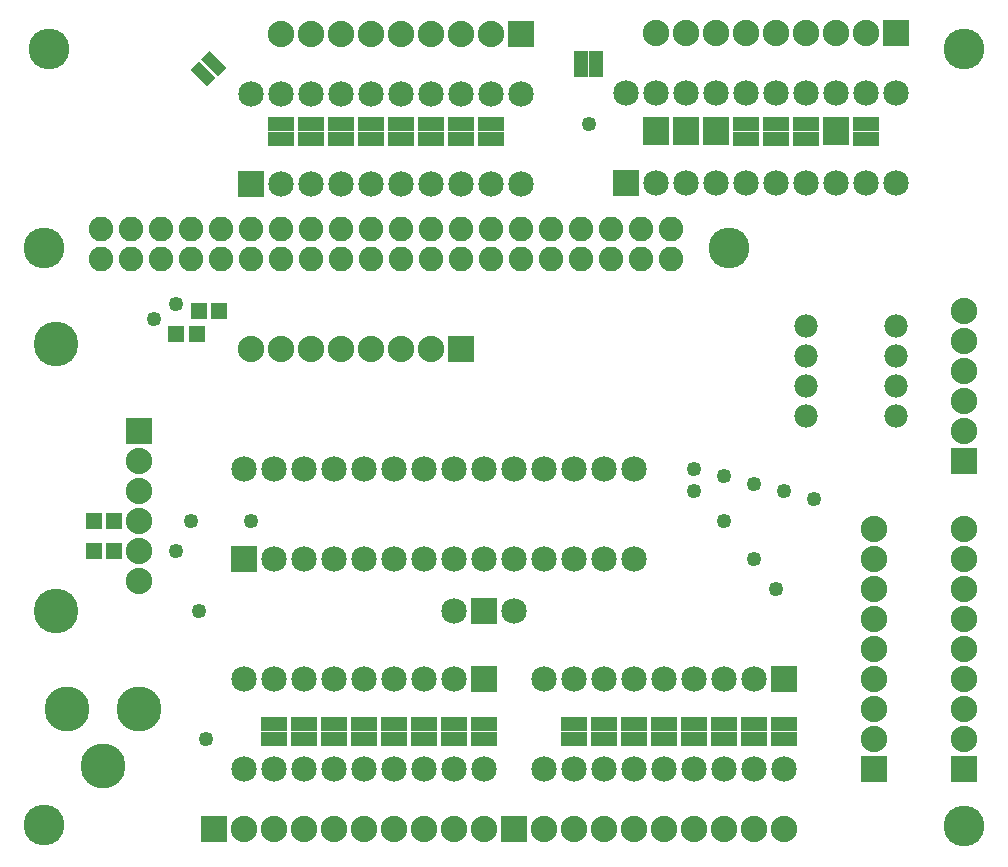
<source format=gbs>
G04 MADE WITH FRITZING*
G04 WWW.FRITZING.ORG*
G04 DOUBLE SIDED*
G04 HOLES PLATED*
G04 CONTOUR ON CENTER OF CONTOUR VECTOR*
%ASAXBY*%
%FSLAX23Y23*%
%MOIN*%
%OFA0B0*%
%SFA1.0B1.0*%
%ADD10C,0.049370*%
%ADD11C,0.081889*%
%ADD12C,0.081917*%
%ADD13C,0.135984*%
%ADD14C,0.085000*%
%ADD15C,0.150000*%
%ADD16C,0.148890*%
%ADD17C,0.078000*%
%ADD18C,0.088000*%
%ADD19R,0.057244X0.053307*%
%ADD20R,0.085000X0.085000*%
%ADD21R,0.088740X0.049370*%
%ADD22R,0.049370X0.088740*%
%ADD23R,0.088000X0.088000*%
%ADD24C,0.010000*%
%LNMASK0*%
G90*
G70*
G54D10*
X1954Y2489D03*
X679Y439D03*
X579Y1064D03*
X654Y864D03*
X629Y1164D03*
X829Y1164D03*
G54D11*
X329Y2039D03*
X429Y2039D03*
X529Y2039D03*
X629Y2039D03*
G54D12*
X729Y2039D03*
G54D11*
X829Y2039D03*
X929Y2039D03*
X1029Y2039D03*
X1129Y2039D03*
G54D12*
X1229Y2039D03*
G54D11*
X1329Y2039D03*
G54D12*
X1429Y2039D03*
G54D11*
X1529Y2039D03*
X1629Y2039D03*
X1729Y2039D03*
X1829Y2039D03*
G54D12*
X1929Y2039D03*
G54D11*
X2029Y2039D03*
X2129Y2039D03*
X2229Y2039D03*
X2229Y2139D03*
X2129Y2139D03*
X2029Y2139D03*
G54D12*
X1929Y2139D03*
G54D11*
X1829Y2139D03*
X1729Y2139D03*
X1629Y2139D03*
X1529Y2139D03*
G54D12*
X1429Y2139D03*
G54D11*
X1329Y2139D03*
G54D12*
X1229Y2139D03*
G54D11*
X1129Y2139D03*
X1029Y2139D03*
X929Y2139D03*
X829Y2139D03*
G54D12*
X729Y2139D03*
G54D11*
X629Y2139D03*
X529Y2139D03*
X429Y2139D03*
X329Y2139D03*
G54D13*
X3204Y148D03*
X3204Y2739D03*
X154Y2739D03*
X2420Y2076D03*
X139Y2074D03*
X139Y150D03*
G54D10*
X579Y1889D03*
X504Y1839D03*
X2604Y1264D03*
X2704Y1239D03*
X2504Y1289D03*
X2304Y1339D03*
X2404Y1314D03*
G54D14*
X1504Y864D03*
X1604Y864D03*
X1704Y864D03*
G54D10*
X2304Y1264D03*
G54D15*
X454Y539D03*
X214Y539D03*
X334Y349D03*
G54D16*
X179Y864D03*
X179Y1753D03*
G54D14*
X804Y1039D03*
X804Y1339D03*
X904Y1039D03*
X904Y1339D03*
X1004Y1039D03*
X1004Y1339D03*
X1104Y1039D03*
X1104Y1339D03*
X1204Y1039D03*
X1204Y1339D03*
X1304Y1039D03*
X1304Y1339D03*
X1404Y1039D03*
X1404Y1339D03*
X1504Y1039D03*
X1504Y1339D03*
X1604Y1039D03*
X1604Y1339D03*
X1704Y1039D03*
X1704Y1339D03*
X1804Y1039D03*
X1804Y1339D03*
X1904Y1039D03*
X1904Y1339D03*
X2004Y1039D03*
X2004Y1339D03*
X2104Y1039D03*
X2104Y1339D03*
X2604Y639D03*
X2604Y339D03*
X2504Y639D03*
X2504Y339D03*
X2404Y639D03*
X2404Y339D03*
X2304Y639D03*
X2304Y339D03*
X2204Y639D03*
X2204Y339D03*
X2104Y639D03*
X2104Y339D03*
X2004Y639D03*
X2004Y339D03*
X1904Y639D03*
X1904Y339D03*
X1804Y639D03*
X1804Y339D03*
X1604Y639D03*
X1604Y339D03*
X1504Y639D03*
X1504Y339D03*
X1404Y639D03*
X1404Y339D03*
X1304Y639D03*
X1304Y339D03*
X1204Y639D03*
X1204Y339D03*
X1104Y639D03*
X1104Y339D03*
X1004Y639D03*
X1004Y339D03*
X904Y639D03*
X904Y339D03*
X804Y639D03*
X804Y339D03*
G54D17*
X2979Y1514D03*
X2979Y1614D03*
X2979Y1714D03*
X2979Y1814D03*
X2679Y1814D03*
X2679Y1714D03*
X2679Y1614D03*
X2679Y1514D03*
G54D14*
X2079Y2290D03*
X2079Y2590D03*
X2179Y2290D03*
X2179Y2590D03*
X2279Y2290D03*
X2279Y2590D03*
X2379Y2290D03*
X2379Y2590D03*
X2479Y2290D03*
X2479Y2590D03*
X2579Y2290D03*
X2579Y2590D03*
X2679Y2290D03*
X2679Y2590D03*
X2779Y2290D03*
X2779Y2590D03*
X2879Y2290D03*
X2879Y2590D03*
X2979Y2290D03*
X2979Y2590D03*
X829Y2289D03*
X829Y2589D03*
X929Y2289D03*
X929Y2589D03*
X1029Y2289D03*
X1029Y2589D03*
X1129Y2289D03*
X1129Y2589D03*
X1229Y2289D03*
X1229Y2589D03*
X1329Y2289D03*
X1329Y2589D03*
X1429Y2289D03*
X1429Y2589D03*
X1529Y2289D03*
X1529Y2589D03*
X1629Y2289D03*
X1629Y2589D03*
X1729Y2289D03*
X1729Y2589D03*
G54D18*
X454Y1464D03*
X454Y1364D03*
X454Y1264D03*
X454Y1164D03*
X454Y1064D03*
X454Y964D03*
X3204Y339D03*
X3204Y439D03*
X3204Y539D03*
X3204Y639D03*
X3204Y739D03*
X3204Y839D03*
X3204Y939D03*
X3204Y1039D03*
X3204Y1139D03*
X2904Y339D03*
X2904Y439D03*
X2904Y539D03*
X2904Y639D03*
X2904Y739D03*
X2904Y839D03*
X2904Y939D03*
X2904Y1039D03*
X2904Y1139D03*
X1704Y139D03*
X1804Y139D03*
X1904Y139D03*
X2004Y139D03*
X2104Y139D03*
X2204Y139D03*
X2304Y139D03*
X2404Y139D03*
X2504Y139D03*
X2604Y139D03*
X1529Y1739D03*
X1429Y1739D03*
X1329Y1739D03*
X1229Y1739D03*
X1129Y1739D03*
X1029Y1739D03*
X929Y1739D03*
X829Y1739D03*
X2979Y2790D03*
X2879Y2790D03*
X2779Y2790D03*
X2679Y2790D03*
X2579Y2790D03*
X2479Y2790D03*
X2379Y2790D03*
X2279Y2790D03*
X2179Y2790D03*
X1729Y2789D03*
X1629Y2789D03*
X1529Y2789D03*
X1429Y2789D03*
X1329Y2789D03*
X1229Y2789D03*
X1129Y2789D03*
X1029Y2789D03*
X929Y2789D03*
X704Y139D03*
X804Y139D03*
X904Y139D03*
X1004Y139D03*
X1104Y139D03*
X1204Y139D03*
X1304Y139D03*
X1404Y139D03*
X1504Y139D03*
X1604Y139D03*
G54D10*
X2579Y939D03*
X2504Y1039D03*
X2404Y1164D03*
G54D18*
X3204Y1364D03*
X3204Y1464D03*
X3204Y1564D03*
X3204Y1664D03*
X3204Y1764D03*
X3204Y1864D03*
G54D19*
X304Y1064D03*
X371Y1064D03*
X304Y1164D03*
X371Y1164D03*
X579Y1789D03*
X646Y1789D03*
X654Y1864D03*
X721Y1864D03*
G54D20*
X1604Y864D03*
X804Y1039D03*
X2604Y639D03*
X1604Y639D03*
X2079Y2290D03*
X829Y2289D03*
G54D21*
X2504Y489D03*
X1904Y489D03*
X2304Y489D03*
X2604Y489D03*
X2004Y489D03*
X2404Y489D03*
X2204Y489D03*
X2104Y489D03*
X2279Y2440D03*
X1029Y2439D03*
X1504Y489D03*
G54D22*
X1929Y2689D03*
G54D21*
X2879Y2439D03*
X1629Y2439D03*
X904Y489D03*
X2479Y2439D03*
X1229Y2439D03*
X1304Y489D03*
X2179Y2440D03*
X929Y2439D03*
X1604Y489D03*
X2779Y2440D03*
X1529Y2439D03*
X1004Y489D03*
X2379Y2440D03*
X1129Y2439D03*
X1404Y489D03*
X2579Y2439D03*
X1329Y2439D03*
X1204Y489D03*
X2679Y2439D03*
X1429Y2439D03*
X1104Y489D03*
X2504Y439D03*
X2604Y439D03*
X1904Y439D03*
X2204Y439D03*
X2404Y439D03*
X2004Y439D03*
X2304Y439D03*
X2104Y439D03*
X2279Y2489D03*
X1029Y2489D03*
X1504Y439D03*
X2179Y2489D03*
X929Y2489D03*
X1604Y439D03*
G54D22*
X1979Y2689D03*
G54D21*
X2879Y2489D03*
X1629Y2489D03*
X904Y439D03*
X2579Y2489D03*
X1329Y2489D03*
X1204Y439D03*
X2379Y2489D03*
X1129Y2489D03*
X1404Y439D03*
X2779Y2489D03*
X1529Y2489D03*
X1004Y439D03*
X2479Y2489D03*
X1229Y2489D03*
X1304Y439D03*
X2679Y2489D03*
X1429Y2489D03*
X1104Y439D03*
G54D23*
X454Y1464D03*
X3204Y339D03*
X2904Y339D03*
X1704Y139D03*
X1529Y1739D03*
X2979Y2790D03*
X1729Y2789D03*
X704Y139D03*
X3204Y1364D03*
G54D24*
G36*
X627Y2669D02*
X654Y2697D01*
X710Y2641D01*
X682Y2613D01*
X627Y2669D01*
G37*
D02*
G36*
X662Y2703D02*
X690Y2731D01*
X746Y2676D01*
X718Y2648D01*
X662Y2703D01*
G37*
D02*
G04 End of Mask0*
M02*
</source>
